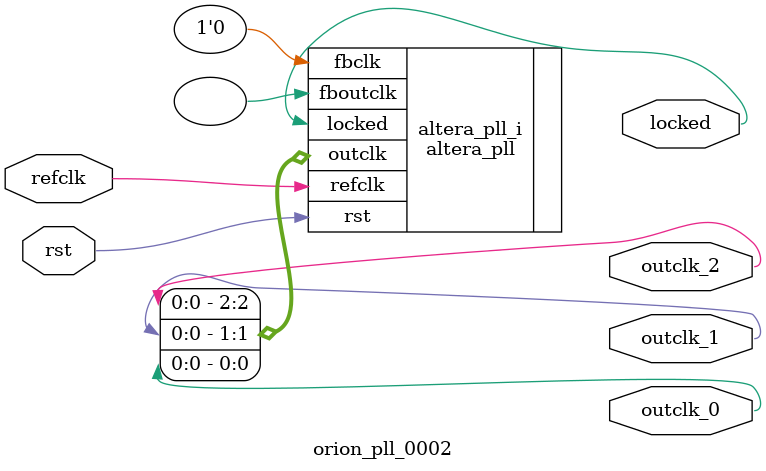
<source format=v>
`timescale 1ns/10ps
module  orion_pll_0002(

	// interface 'refclk'
	input wire refclk,

	// interface 'reset'
	input wire rst,

	// interface 'outclk0'
	output wire outclk_0,

	// interface 'outclk1'
	output wire outclk_1,

	// interface 'outclk2'
	output wire outclk_2,

	// interface 'locked'
	output wire locked
);

	altera_pll #(
		.fractional_vco_multiplier("false"),
		.reference_clock_frequency("50.0 MHz"),
		.operation_mode("direct"),
		.number_of_clocks(3),
		.output_clock_frequency0("25.000000 MHz"),
		.phase_shift0("0 ps"),
		.duty_cycle0(50),
		.output_clock_frequency1("100.000000 MHz"),
		.phase_shift1("0 ps"),
		.duty_cycle1(50),
		.output_clock_frequency2("200.000000 MHz"),
		.phase_shift2("0 ps"),
		.duty_cycle2(50),
		.output_clock_frequency3("0 MHz"),
		.phase_shift3("0 ps"),
		.duty_cycle3(50),
		.output_clock_frequency4("0 MHz"),
		.phase_shift4("0 ps"),
		.duty_cycle4(50),
		.output_clock_frequency5("0 MHz"),
		.phase_shift5("0 ps"),
		.duty_cycle5(50),
		.output_clock_frequency6("0 MHz"),
		.phase_shift6("0 ps"),
		.duty_cycle6(50),
		.output_clock_frequency7("0 MHz"),
		.phase_shift7("0 ps"),
		.duty_cycle7(50),
		.output_clock_frequency8("0 MHz"),
		.phase_shift8("0 ps"),
		.duty_cycle8(50),
		.output_clock_frequency9("0 MHz"),
		.phase_shift9("0 ps"),
		.duty_cycle9(50),
		.output_clock_frequency10("0 MHz"),
		.phase_shift10("0 ps"),
		.duty_cycle10(50),
		.output_clock_frequency11("0 MHz"),
		.phase_shift11("0 ps"),
		.duty_cycle11(50),
		.output_clock_frequency12("0 MHz"),
		.phase_shift12("0 ps"),
		.duty_cycle12(50),
		.output_clock_frequency13("0 MHz"),
		.phase_shift13("0 ps"),
		.duty_cycle13(50),
		.output_clock_frequency14("0 MHz"),
		.phase_shift14("0 ps"),
		.duty_cycle14(50),
		.output_clock_frequency15("0 MHz"),
		.phase_shift15("0 ps"),
		.duty_cycle15(50),
		.output_clock_frequency16("0 MHz"),
		.phase_shift16("0 ps"),
		.duty_cycle16(50),
		.output_clock_frequency17("0 MHz"),
		.phase_shift17("0 ps"),
		.duty_cycle17(50),
		.pll_type("General"),
		.pll_subtype("General")
	) altera_pll_i (
		.rst	(rst),
		.outclk	({outclk_2, outclk_1, outclk_0}),
		.locked	(locked),
		.fboutclk	( ),
		.fbclk	(1'b0),
		.refclk	(refclk)
	);
endmodule


</source>
